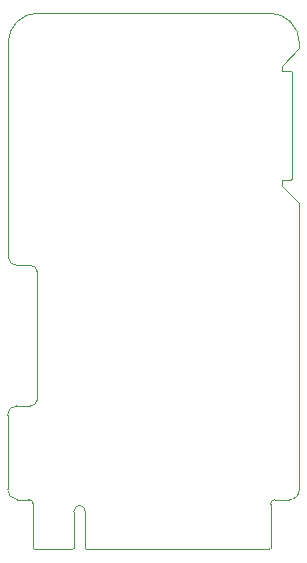
<source format=gbr>
%TF.GenerationSoftware,Altium Limited,Altium Designer,19.0.4 (130)*%
G04 Layer_Color=0*
%FSLAX26Y26*%
%MOIN*%
%TF.FileFunction,Profile,NP*%
%TF.Part,Single*%
G01*
G75*
%TA.AperFunction,Profile*%
%ADD94C,0.001000*%
D94*
X3219722Y1176564D02*
G03*
X3221937Y1176048I2215J4499D01*
G01*
X3259409D01*
D02*
G02*
X3274059Y1162143I0J-14670D01*
G01*
D02*
G03*
X3273985Y1161285I4941J-858D01*
G01*
Y1015000D01*
D02*
G03*
X3279670Y1010030I5015J0D01*
G01*
X3405076D01*
D02*
G03*
X3410091Y1015045I0J5015D01*
G01*
Y1135000D01*
D02*
G03*
X3409898Y1136378I-5015J0D01*
G01*
D02*
G03*
X3410091Y1137756I-4822J1378D01*
G01*
D02*
G02*
X3428698Y1156363I18607J0D01*
G01*
D02*
G02*
X3447305Y1137756I0J-18607D01*
G01*
Y1015111D01*
D02*
G03*
X3452320Y1010096I5015J0D01*
G01*
X4059582D01*
D02*
G03*
X4065646Y1015000I1049J4904D01*
G01*
Y1159959D01*
D02*
G03*
X4065573Y1160812I-5015J0D01*
G01*
X4065573Y1160812D01*
D02*
G03*
X4065605Y1161378I-4983J566D01*
G01*
D02*
G02*
X4080275Y1176048I14670J0D01*
G01*
X4127450D01*
D02*
G02*
X4127393Y1176049I653J33349D01*
G01*
X4127450Y1176048D01*
D02*
G03*
X4161451Y1208687I653J33349D01*
G01*
D02*
G03*
X4161452Y1208794I-5014J107D01*
G01*
Y2161206D01*
D02*
G03*
X4159966Y2164769I-5015J0D01*
G01*
X4159983Y2164752D01*
X4136373Y2188362D01*
D02*
G03*
X4136356Y2188379I-3563J-3529D01*
G01*
D02*
G03*
X4136339Y2188396I-3546J-3546D01*
G01*
X4136373Y2188362D01*
X4102658Y2222077D01*
Y2240845D01*
X4133435D01*
D02*
G03*
X4138450Y2245860I0J5015D01*
G01*
Y2600160D01*
D02*
G03*
X4133435Y2605175I-5015J0D01*
G01*
X4102658D01*
Y2622923D01*
X4159983Y2680248D01*
X4159966Y2680231D01*
D02*
G03*
X4161452Y2683794I-3529J3563D01*
G01*
Y2698000D01*
D02*
G03*
X4061437Y2798015I-100015J0D01*
G01*
X3290701Y2798015D01*
D02*
G03*
X3190573Y2699309I0J-100139D01*
G01*
X3190572D01*
D02*
G03*
X3190485Y2698376I4928J-933D01*
G01*
Y1986082D01*
D02*
G03*
X3220184Y1956382I29700J0D01*
G01*
D02*
G03*
X3220635Y1956403I0J5015D01*
G01*
X3220635D01*
D02*
G03*
X3220684Y1956402I50J5015D01*
G01*
X3266231D01*
D02*
G03*
X3267407Y1956542I0J5015D01*
G01*
Y1956542D01*
D02*
G02*
X3286387Y1938553I-907J-19964D01*
G01*
D02*
G03*
X3285982Y1936578I4609J-1976D01*
G01*
Y1508768D01*
D02*
G02*
X3266399Y1488787I-19985J0D01*
G01*
D02*
G03*
X3264486Y1488366I101J-5014D01*
G01*
X3218500D01*
D02*
G03*
X3188485Y1458351I0J-30015D01*
G01*
D02*
G03*
X3188754Y1456731I5015J0D01*
G01*
Y1210487D01*
D02*
G02*
X3188755Y1210544I33349J-653D01*
G01*
X3188754Y1210487D01*
D02*
G03*
X3219722Y1176564I33349J-653D01*
G01*
%TF.MD5,a662dbca14a7d8ae857c00cfd1cdcd51*%
M02*

</source>
